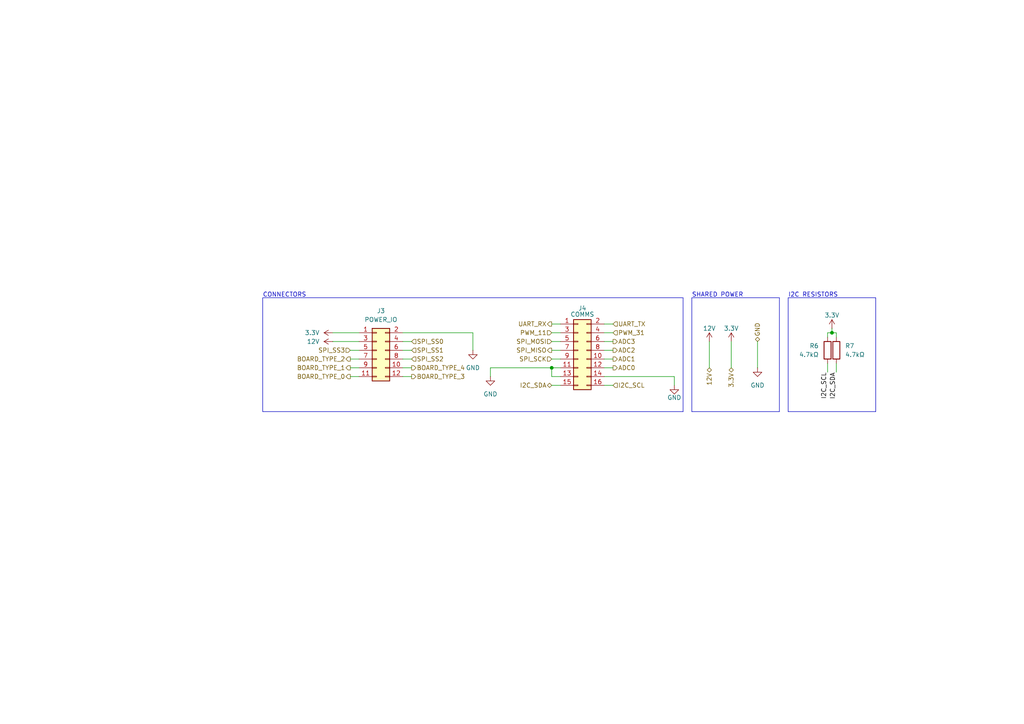
<source format=kicad_sch>
(kicad_sch (version 20250114) (generator "eeschema") (generator_version "9.0")
  (paper "A4")
  (lib_symbols
    (symbol "Connector_Generic:Conn_02x06_Odd_Even" (pin_names (offset 1.016) (hide yes))
      (property "Reference" "J" (at 1.27 7.62 0))
      (property "Value" "Conn_02x06_Odd_Even" (at 1.27 -10.16 0))
      (symbol "Conn_02x06_Odd_Even_1_1"
        (rectangle (start -1.27 6.35) (end 3.81 -8.89) (stroke (width 0.254)) (fill (type background)))
        (rectangle (start -1.27 5.207) (end 0 4.953) (stroke (width 0.1524)))
        (rectangle (start -1.27 2.667) (end 0 2.413) (stroke (width 0.1524)))
        (rectangle (start -1.27 0.127) (end 0 -0.127) (stroke (width 0.1524)))
        (rectangle (start -1.27 -2.413) (end 0 -2.667) (stroke (width 0.1524)))
        (rectangle (start -1.27 -4.953) (end 0 -5.207) (stroke (width 0.1524)))
        (rectangle (start -1.27 -7.493) (end 0 -7.747) (stroke (width 0.1524)))
        (rectangle (start 3.81 5.207) (end 2.54 4.953) (stroke (width 0.1524)))
        (rectangle (start 3.81 2.667) (end 2.54 2.413) (stroke (width 0.1524)))
        (rectangle (start 3.81 0.127) (end 2.54 -0.127) (stroke (width 0.1524)))
        (rectangle (start 3.81 -2.413) (end 2.54 -2.667) (stroke (width 0.1524)))
        (rectangle (start 3.81 -4.953) (end 2.54 -5.207) (stroke (width 0.1524)))
        (rectangle (start 3.81 -7.493) (end 2.54 -7.747) (stroke (width 0.1524)))
        (pin passive line (at -5.08 5.08 0) (length 3.81) (name "Pin_1") (number "1"))
        (pin passive line (at -5.08 2.54 0) (length 3.81) (name "Pin_3") (number "3"))
        (pin passive line (at -5.08 0 0) (length 3.81) (name "Pin_5") (number "5"))
        (pin passive line (at -5.08 -2.54 0) (length 3.81) (name "Pin_7") (number "7"))
        (pin passive line (at -5.08 -5.08 0) (length 3.81) (name "Pin_9") (number "9"))
        (pin passive line (at -5.08 -7.62 0) (length 3.81) (name "Pin_11") (number "11"))
        (pin passive line (at 7.62 5.08 180) (length 3.81) (name "Pin_2") (number "2"))
        (pin passive line (at 7.62 2.54 180) (length 3.81) (name "Pin_4") (number "4"))
        (pin passive line (at 7.62 0 180) (length 3.81) (name "Pin_6") (number "6"))
        (pin passive line (at 7.62 -2.54 180) (length 3.81) (name "Pin_8") (number "8"))
        (pin passive line (at 7.62 -5.08 180) (length 3.81) (name "Pin_10") (number "10"))
        (pin passive line (at 7.62 -7.62 180) (length 3.81) (name "Pin_12") (number "12"))
      )
    )
    (symbol "Connector_Generic:Conn_02x08_Odd_Even" (pin_names (offset 1.016) (hide yes))
      (property "Reference" "J" (at 1.27 10.16 0))
      (property "Value" "Conn_02x08_Odd_Even" (at 1.27 -12.7 0))
      (symbol "Conn_02x08_Odd_Even_1_1"
        (rectangle (start -1.27 8.89) (end 3.81 -11.43) (stroke (width 0.254)) (fill (type background)))
        (rectangle (start -1.27 7.747) (end 0 7.493) (stroke (width 0.1524)))
        (rectangle (start -1.27 5.207) (end 0 4.953) (stroke (width 0.1524)))
        (rectangle (start -1.27 2.667) (end 0 2.413) (stroke (width 0.1524)))
        (rectangle (start -1.27 0.127) (end 0 -0.127) (stroke (width 0.1524)))
        (rectangle (start -1.27 -2.413) (end 0 -2.667) (stroke (width 0.1524)))
        (rectangle (start -1.27 -4.953) (end 0 -5.207) (stroke (width 0.1524)))
        (rectangle (start -1.27 -7.493) (end 0 -7.747) (stroke (width 0.1524)))
        (rectangle (start -1.27 -10.033) (end 0 -10.287) (stroke (width 0.1524)))
        (rectangle (start 3.81 7.747) (end 2.54 7.493) (stroke (width 0.1524)))
        (rectangle (start 3.81 5.207) (end 2.54 4.953) (stroke (width 0.1524)))
        (rectangle (start 3.81 2.667) (end 2.54 2.413) (stroke (width 0.1524)))
        (rectangle (start 3.81 0.127) (end 2.54 -0.127) (stroke (width 0.1524)))
        (rectangle (start 3.81 -2.413) (end 2.54 -2.667) (stroke (width 0.1524)))
        (rectangle (start 3.81 -4.953) (end 2.54 -5.207) (stroke (width 0.1524)))
        (rectangle (start 3.81 -7.493) (end 2.54 -7.747) (stroke (width 0.1524)))
        (rectangle (start 3.81 -10.033) (end 2.54 -10.287) (stroke (width 0.1524)))
        (pin passive line (at -5.08 7.62 0) (length 3.81) (name "Pin_1") (number "1"))
        (pin passive line (at -5.08 5.08 0) (length 3.81) (name "Pin_3") (number "3"))
        (pin passive line (at -5.08 2.54 0) (length 3.81) (name "Pin_5") (number "5"))
        (pin passive line (at -5.08 0 0) (length 3.81) (name "Pin_7") (number "7"))
        (pin passive line (at -5.08 -2.54 0) (length 3.81) (name "Pin_9") (number "9"))
        (pin passive line (at -5.08 -5.08 0) (length 3.81) (name "Pin_11") (number "11"))
        (pin passive line (at -5.08 -7.62 0) (length 3.81) (name "Pin_13") (number "13"))
        (pin passive line (at -5.08 -10.16 0) (length 3.81) (name "Pin_15") (number "15"))
        (pin passive line (at 7.62 7.62 180) (length 3.81) (name "Pin_2") (number "2"))
        (pin passive line (at 7.62 5.08 180) (length 3.81) (name "Pin_4") (number "4"))
        (pin passive line (at 7.62 2.54 180) (length 3.81) (name "Pin_6") (number "6"))
        (pin passive line (at 7.62 0 180) (length 3.81) (name "Pin_8") (number "8"))
        (pin passive line (at 7.62 -2.54 180) (length 3.81) (name "Pin_10") (number "10"))
        (pin passive line (at 7.62 -5.08 180) (length 3.81) (name "Pin_12") (number "12"))
        (pin passive line (at 7.62 -7.62 180) (length 3.81) (name "Pin_14") (number "14"))
        (pin passive line (at 7.62 -10.16 180) (length 3.81) (name "Pin_16") (number "16"))
      )
    )
    (symbol "Device:R" (pin_numbers (hide yes)) (pin_names (offset 0))
      (property "Reference" "R" (at 2.032 0 90))
      (property "Value" "R" (at 0 0 90))
      (symbol "R_0_1"
        (rectangle (start -1.016 -2.54) (end 1.016 2.54) (stroke (width 0.254)))
      )
      (symbol "R_1_1"
        (pin passive line (at 0 3.81 270) (length 1.27) (name "~") (number "1"))
        (pin passive line (at 0 -3.81 90) (length 1.27) (name "~") (number "2"))
      )
    )
    (symbol "power:GND" (power) (pin_numbers (hide yes)) (pin_names (offset 0) (hide yes))
      (property "Value" "GND" (at 0 -3.81 0))
      (symbol "GND_0_1"
        (polyline (pts (xy 0 0) (xy 0 -1.27) (xy 1.27 -1.27) (xy 0 -2.54) (xy -1.27 -1.27) (xy 0 -1.27)))
      )
      (symbol "GND_1_1"
        (pin power_in line (at 0 0 270) (length 0) (name "~") (number "1"))
      )
    )
    (symbol "power:VCC" (power) (pin_numbers (hide yes)) (pin_names (offset 0) (hide yes))
      (property "Value" "VCC" (at 0 3.556 0))
      (symbol "VCC_0_1"
        (polyline (pts (xy -0.762 1.27) (xy 0 2.54)))
        (polyline (pts (xy 0 2.54) (xy 0.762 1.27)))
        (polyline (pts (xy 0 0) (xy 0 2.54)))
      )
      (symbol "VCC_1_1"
        (pin power_in line (at 0 0 90) (length 0) (name "~") (number "1"))
      )
    )
  )
  (text "SHARED POWER" (at 200.66 86.36 0) (effects (font (size 1.27 1.27)) (justify left bottom)))
  (text "I2C RESISTORS" (at 228.6 86.36 0) (effects (font (size 1.27 1.27)) (justify left bottom)))
  (text "CONNECTORS" (at 76.2 86.36 0) (effects (font (size 1.27 1.27)) (justify left bottom)))
  (junction (at 241.3 96.52))
  (junction (at 160.02 106.68))
  (wire (pts (xy 175.26 96.52) (xy 177.8 96.52)))
  (wire (pts (xy 241.3 95.25) (xy 241.3 96.52)))
  (wire (pts (xy 142.24 106.68) (xy 160.02 106.68)))
  (polyline (pts (xy 254 119.38) (xy 228.6 119.38)))
  (wire (pts (xy 160.02 96.52) (xy 162.56 96.52)))
  (wire (pts (xy 242.57 105.41) (xy 242.57 107.95)))
  (polyline (pts (xy 200.66 86.36) (xy 226.06 86.36)))
  (polyline (pts (xy 200.66 86.36) (xy 200.66 119.38)))
  (wire (pts (xy 160.02 106.68) (xy 162.56 106.68)))
  (wire (pts (xy 160.02 109.22) (xy 160.02 106.68)))
  (wire (pts (xy 101.6 109.22) (xy 104.14 109.22)))
  (wire (pts (xy 137.16 101.6) (xy 137.16 96.52)))
  (wire (pts (xy 219.71 99.06) (xy 219.71 106.68)))
  (wire (pts (xy 175.26 101.6) (xy 177.8 101.6)))
  (polyline (pts (xy 254 119.38) (xy 254 86.36)))
  (wire (pts (xy 240.03 105.41) (xy 240.03 107.95)))
  (wire (pts (xy 137.16 96.52) (xy 116.84 96.52)))
  (polyline (pts (xy 228.6 86.36) (xy 228.6 119.38)))
  (wire (pts (xy 240.03 97.79) (xy 240.03 96.52)))
  (wire (pts (xy 101.6 104.14) (xy 104.14 104.14)))
  (wire (pts (xy 96.52 99.06) (xy 104.14 99.06)))
  (wire (pts (xy 242.57 96.52) (xy 242.57 97.79)))
  (wire (pts (xy 116.84 106.68) (xy 119.38 106.68)))
  (wire (pts (xy 195.58 111.76) (xy 195.58 109.22)))
  (wire (pts (xy 116.84 101.6) (xy 119.38 101.6)))
  (wire (pts (xy 175.26 104.14) (xy 177.8 104.14)))
  (wire (pts (xy 160.02 111.76) (xy 162.56 111.76)))
  (wire (pts (xy 160.02 101.6) (xy 162.56 101.6)))
  (wire (pts (xy 175.26 99.06) (xy 177.8 99.06)))
  (polyline (pts (xy 198.12 119.38) (xy 198.12 86.36)))
  (wire (pts (xy 175.26 93.98) (xy 177.8 93.98)))
  (wire (pts (xy 241.3 96.52) (xy 242.57 96.52)))
  (wire (pts (xy 160.02 99.06) (xy 162.56 99.06)))
  (wire (pts (xy 175.26 106.68) (xy 177.8 106.68)))
  (polyline (pts (xy 228.6 86.36) (xy 254 86.36)))
  (wire (pts (xy 101.6 106.68) (xy 104.14 106.68)))
  (wire (pts (xy 160.02 104.14) (xy 162.56 104.14)))
  (wire (pts (xy 104.14 96.52) (xy 96.52 96.52)))
  (wire (pts (xy 101.6 101.6) (xy 104.14 101.6)))
  (wire (pts (xy 175.26 111.76) (xy 177.8 111.76)))
  (wire (pts (xy 212.09 99.06) (xy 212.09 106.68)))
  (polyline (pts (xy 76.2 86.36) (xy 198.12 86.36)))
  (polyline (pts (xy 76.2 86.36) (xy 76.2 119.38)))
  (wire (pts (xy 205.74 99.06) (xy 205.74 106.68)))
  (wire (pts (xy 116.84 99.06) (xy 119.38 99.06)))
  (wire (pts (xy 160.02 93.98) (xy 162.56 93.98)))
  (wire (pts (xy 116.84 104.14) (xy 119.38 104.14)))
  (wire (pts (xy 175.26 109.22) (xy 195.58 109.22)))
  (polyline (pts (xy 226.06 119.38) (xy 200.66 119.38)))
  (wire (pts (xy 240.03 96.52) (xy 241.3 96.52)))
  (wire (pts (xy 142.24 109.22) (xy 142.24 106.68)))
  (wire (pts (xy 116.84 109.22) (xy 119.38 109.22)))
  (wire (pts (xy 162.56 109.22) (xy 160.02 109.22)))
  (polyline (pts (xy 226.06 119.38) (xy 226.06 86.36)))
  (polyline (pts (xy 198.12 119.38) (xy 76.2 119.38)))
  (label "I2C_SDA" (at 242.57 107.95 270))
  (label "I2C_SCL" (at 240.03 107.95 270))
  (hierarchical_label "BOARD_TYPE_0" (shape output) (at 101.6 109.22 180))
  (hierarchical_label "BOARD_TYPE_3" (shape output) (at 119.38 109.22 0))
  (hierarchical_label "SPI_MISO" (shape output) (at 160.02 101.6 180))
  (hierarchical_label "SPI_SS2" (shape input) (at 119.38 104.14 0))
  (hierarchical_label "UART_TX" (shape input) (at 177.8 93.98 0))
  (hierarchical_label "ADC3" (shape output) (at 177.8 99.06 0))
  (hierarchical_label "BOARD_TYPE_1" (shape output) (at 101.6 106.68 180))
  (hierarchical_label "GND" (shape bidirectional) (at 219.71 99.06 90))
  (hierarchical_label "ADC1" (shape output) (at 177.8 104.14 0))
  (hierarchical_label "BOARD_TYPE_4" (shape output) (at 119.38 106.68 0))
  (hierarchical_label "UART_RX" (shape output) (at 160.02 93.98 180))
  (hierarchical_label "SPI_SS3" (shape input) (at 101.6 101.6 180))
  (hierarchical_label "SPI_MOSI" (shape input) (at 160.02 99.06 180))
  (hierarchical_label "12V" (shape bidirectional) (at 205.74 106.68 270))
  (hierarchical_label "I2C_SDA" (shape bidirectional) (at 160.02 111.76 180))
  (hierarchical_label "I2C_SCL" (shape input) (at 177.8 111.76 0))
  (hierarchical_label "SPI_SS0" (shape input) (at 119.38 99.06 0))
  (hierarchical_label "3.3V" (shape bidirectional) (at 212.09 106.68 270))
  (hierarchical_label "SPI_SCK" (shape input) (at 160.02 104.14 180))
  (hierarchical_label "ADC0" (shape output) (at 177.8 106.68 0))
  (hierarchical_label "BOARD_TYPE_2" (shape output) (at 101.6 104.14 180))
  (hierarchical_label "PWM_31" (shape input) (at 177.8 96.52 0))
  (hierarchical_label "SPI_SS1" (shape input) (at 119.38 101.6 0))
  (hierarchical_label "ADC2" (shape output) (at 177.8 101.6 0))
  (hierarchical_label "PWM_11" (shape input) (at 160.02 96.52 180))
  (symbol (lib_id "power:GND") (at 137.16 101.6 0) (unit 1)
    (property "Reference" "#PWR052" (effects (hide yes)))
    (property "Value" "GND" (at 137.16 106.68 0))
    (property "Description" "Power symbol creates a global label with name \"GND\" , ground" (effects (hide yes)))
  )
  (symbol (lib_id "Device:R") (at 242.57 101.6 180) (unit 1)
    (property "Reference" "R7" (at 245.11 100.3299 0) (effects (justify right)))
    (property "Value" "4.7kΩ" (at 245.11 102.8699 0) (effects (justify right)))
    (property "Footprint" "Resistor_SMD:R_0805_2012Metric" (effects (hide yes)))
    (property "Description" "Resistor" (effects (hide yes)))
  )
  (symbol (lib_id "power:VCC") (at 241.3 95.25 0) (unit 1)
    (property "Reference" "#PWR047" (effects (hide yes)))
    (property "Value" "3.3V" (at 241.3 91.44 0))
    (property "Description" "Power symbol creates a global label with name \"VCC\"" (effects (hide yes)))
  )
  (symbol (lib_id "Connector_Generic:Conn_02x06_Odd_Even") (at 109.22 101.6 0) (unit 1)
    (property "Reference" "J3" (at 110.49 90.17 0))
    (property "Value" "POWER_IO" (at 110.49 92.71 0))
    (property "Footprint" "Connector_PinHeader_2.54mm:PinHeader_2x06_P2.54mm_Vertical" (effects (hide yes)))
    (property "Description" "Generic connector, double row, 02x06, odd/even pin numbering scheme (row 1 odd numbers, row 2 even numbers), script generated (kicad-library-utils/schlib/autogen/connector/)" (effects (hide yes)))
  )
  (symbol (lib_id "Device:R") (at 240.03 101.6 0) (mirror y) (unit 1)
    (property "Reference" "R6" (at 237.49 100.3299 0) (effects (justify left)))
    (property "Value" "4.7kΩ" (at 237.49 102.8699 0) (effects (justify left)))
    (property "Footprint" "Resistor_SMD:R_0805_2012Metric" (effects (hide yes)))
    (property "Description" "Resistor" (effects (hide yes)))
  )
  (symbol (lib_id "power:VCC") (at 212.09 99.06 0) (unit 1)
    (property "Reference" "#PWR050" (effects (hide yes)))
    (property "Value" "3.3V" (at 212.09 95.25 0))
    (property "Description" "Power symbol creates a global label with name \"VCC\"" (effects (hide yes)))
  )
  (symbol (lib_id "Connector_Generic:Conn_02x08_Odd_Even") (at 167.64 101.6 0) (unit 1)
    (property "Reference" "J4" (at 168.91 89.408 0))
    (property "Value" "COMMS" (at 168.91 91.186 0))
    (property "Footprint" "Connector_PinHeader_2.54mm:PinHeader_2x08_P2.54mm_Vertical" (effects (hide yes)))
    (property "Description" "Generic connector, double row, 02x08, odd/even pin numbering scheme (row 1 odd numbers, row 2 even numbers), script generated (kicad-library-utils/schlib/autogen/connector/)" (effects (hide yes)))
  )
  (symbol (lib_id "power:GND") (at 195.58 111.76 0) (mirror y) (unit 1)
    (property "Reference" "#PWR055" (effects (hide yes)))
    (property "Value" "GND" (at 195.58 115.316 0))
    (property "Description" "Power symbol creates a global label with name \"GND\" , ground" (effects (hide yes)))
  )
  (symbol (lib_id "power:VCC") (at 205.74 99.06 0) (unit 1)
    (property "Reference" "#PWR049" (effects (hide yes)))
    (property "Value" "12V" (at 205.74 95.25 0))
    (property "Description" "Power symbol creates a global label with name \"VCC\"" (effects (hide yes)))
  )
  (symbol (lib_id "power:GND") (at 142.24 109.22 0) (unit 1)
    (property "Reference" "#PWR054" (effects (hide yes)))
    (property "Value" "GND" (at 142.24 114.3 0))
    (property "Description" "Power symbol creates a global label with name \"GND\" , ground" (effects (hide yes)))
  )
  (symbol (lib_id "power:GND") (at 219.71 106.68 0) (mirror y) (unit 1)
    (property "Reference" "#PWR053" (effects (hide yes)))
    (property "Value" "GND" (at 219.71 111.76 0))
    (property "Description" "Power symbol creates a global label with name \"GND\" , ground" (effects (hide yes)))
  )
  (symbol (lib_id "power:VCC") (at 96.52 96.52 90) (unit 1)
    (property "Reference" "#PWR046" (effects (hide yes)))
    (property "Value" "3.3V" (at 92.71 96.5199 90) (effects (justify left)))
    (property "Description" "Power symbol creates a global label with name \"VCC\"" (effects (hide yes)))
  )
  (symbol (lib_id "power:VCC") (at 96.52 99.06 90) (unit 1)
    (property "Reference" "#PWR048" (effects (hide yes)))
    (property "Value" "12V" (at 92.71 99.0599 90) (effects (justify left)))
    (property "Description" "Power symbol creates a global label with name \"VCC\"" (effects (hide yes)))
  )
)
</source>
